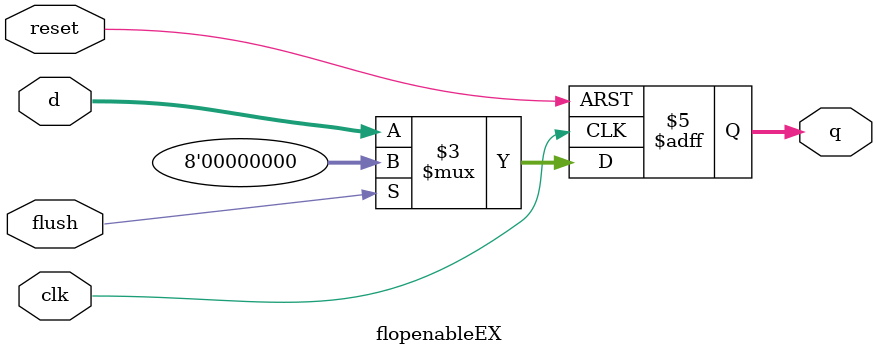
<source format=v>
module flopenableEX #(parameter WIDTH=8)
				(	
					input clk, reset,flush,
					input [WIDTH-1:0] d,
					output reg [WIDTH-1:0] q );
					
	always @ (posedge clk, posedge reset) begin
		if (reset) q <= 0;
		else if(flush) q <= 0 ;
		else 
			q <= d;
		end
	
endmodule
</source>
